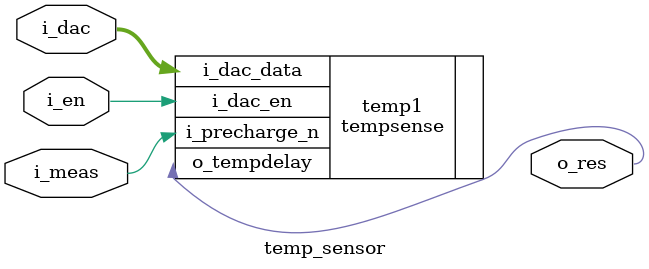
<source format=v>

`default_nettype none

`include "tempsense.v"

module temp_sensor (
	input [N_VDAC-1:0]	i_dac,
	input				i_en,
	input				i_meas,
	output				o_res
);

	// size the design with these constants
	localparam N_VDAC = 6;
	

    // instantiate temperature-dependent delay (this is the core circuit)
    tempsense #(.DAC_RESOLUTION(N_VDAC), .CAP_LOAD(16)) temp1 (
        .i_dac_data(i_dac),
        .i_dac_en(i_en),
        .i_precharge_n(i_meas),
        .o_tempdelay(o_res)
    );


endmodule // temp_sensor

</source>
